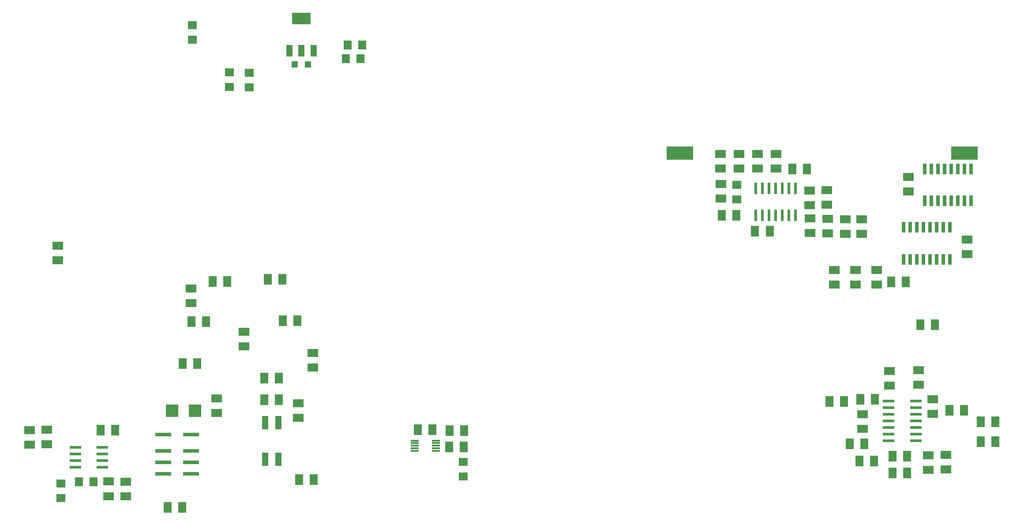
<source format=gtp>
%MOIN*%
%OFA0B0*%
%FSLAX34Y34*%
%IPPOS*%
%LPD*%
%AMOC8*
5,1,8,0,0,$1,22.5*%
%AMOC80*
5,1,8,0,0,$1,22.5*%
%ADD10R,0.070866141732283464X0.062992125984251982*%
%ADD11R,0.026000000000000002X0.08*%
%ADD12R,0.023622047244094488X0.086614173228346469*%
%ADD13R,0.062992125984251982X0.07874015748031496*%
%ADD14R,0.07874015748031496X0.062992125984251982*%
%ADD15R,0.086614173228346469X0.023622047244094488*%
%ADD16R,0.2X0.1*%
%ADD27R,0.070866141732283464X0.062992125984251982*%
%ADD28R,0.062992125984251982X0.070866141732283464*%
%ADD29R,0.094488188976377951X0.094488188976377951*%
%ADD30R,0.12204724409448819X0.031496062992125991*%
%ADD31R,0.05X0.1*%
%ADD32R,0.07874015748031496X0.062992125984251982*%
%ADD33R,0.062992125984251982X0.07874015748031496*%
%ADD34R,0.060000000000000005X0.013000000000000001*%
%ADD35R,0.05X0.05*%
%ADD36R,0.048000000000000008X0.088*%
%ADD37R,0.14173228346456693X0.086614173228346469*%
%ADD38R,0.086614173228346469X0.023622047244094488*%
G75*
%LPD*%
G01*
D10*
X0065354Y0020472D02*
X0071103Y0042839D03*
X0071103Y0043941D03*
D11*
X0087224Y0040726D03*
X0087224Y0038306D03*
X0086724Y0040726D03*
X0086224Y0040726D03*
X0086724Y0038306D03*
X0086224Y0038306D03*
X0085724Y0040726D03*
X0085724Y0038306D03*
X0085224Y0040726D03*
X0085224Y0038306D03*
X0084724Y0040726D03*
X0084224Y0040726D03*
X0084724Y0038306D03*
X0084224Y0038306D03*
X0083724Y0040726D03*
X0083724Y0038306D03*
X0088825Y0045130D03*
X0088825Y0042710D03*
X0088325Y0045130D03*
X0087825Y0045130D03*
X0088325Y0042710D03*
X0087825Y0042710D03*
X0087325Y0045130D03*
X0087325Y0042710D03*
X0086825Y0045130D03*
X0086825Y0042710D03*
X0086325Y0045130D03*
X0085825Y0045130D03*
X0086325Y0042710D03*
X0085825Y0042710D03*
X0085325Y0045130D03*
X0085325Y0042710D03*
D12*
X0075029Y0043666D03*
X0075029Y0041619D03*
X0075529Y0043666D03*
X0074529Y0043666D03*
X0074029Y0043666D03*
X0075529Y0041619D03*
X0074529Y0041619D03*
X0074029Y0041619D03*
X0073029Y0043666D03*
X0073029Y0041619D03*
X0073529Y0043666D03*
X0072529Y0043666D03*
X0073529Y0041619D03*
X0072529Y0041619D03*
D13*
X0084981Y0033344D03*
X0086083Y0033344D03*
D14*
X0071274Y0046246D03*
X0071274Y0045144D03*
X0072669Y0046246D03*
X0072669Y0045144D03*
X0074064Y0046246D03*
X0074064Y0045144D03*
X0088507Y0038700D03*
X0088507Y0039802D03*
X0069919Y0043978D03*
X0069919Y0042876D03*
X0084072Y0044534D03*
X0084072Y0043431D03*
X0079308Y0040214D03*
X0079308Y0041316D03*
X0077899Y0043523D03*
X0077899Y0042421D03*
X0080536Y0040233D03*
X0080536Y0041335D03*
X0076614Y0043500D03*
X0076614Y0042397D03*
D13*
X0069975Y0041621D03*
X0071077Y0041621D03*
D14*
X0077960Y0041362D03*
X0077960Y0040259D03*
X0078472Y0037484D03*
X0078472Y0036381D03*
X0080068Y0037484D03*
X0080068Y0036381D03*
X0081664Y0037484D03*
X0081664Y0036381D03*
D13*
X0073596Y0040417D03*
X0072493Y0040417D03*
X0075298Y0045140D03*
X0076400Y0045140D03*
D15*
X0082585Y0027090D03*
X0084633Y0027090D03*
X0082585Y0027590D03*
X0082585Y0026590D03*
X0082585Y0026090D03*
X0084633Y0027590D03*
X0084633Y0026590D03*
X0084633Y0026090D03*
X0082585Y0025090D03*
X0084633Y0025090D03*
X0082585Y0025590D03*
X0082585Y0024590D03*
X0084633Y0025590D03*
X0084633Y0024590D03*
D14*
X0082654Y0029854D03*
X0082654Y0028752D03*
D13*
X0083871Y0036587D03*
X0082768Y0036587D03*
X0079637Y0024375D03*
X0080739Y0024375D03*
X0082875Y0022172D03*
X0083978Y0022172D03*
D14*
X0084851Y0029940D03*
X0084851Y0028837D03*
D13*
X0087178Y0026898D03*
X0088280Y0026898D03*
D14*
X0086898Y0023514D03*
X0086898Y0022412D03*
X0085902Y0027714D03*
X0085902Y0026611D03*
X0080613Y0026593D03*
X0080613Y0025491D03*
D13*
X0080447Y0027712D03*
X0081549Y0027712D03*
D14*
X0085579Y0022391D03*
X0085579Y0023493D03*
D13*
X0089545Y0024528D03*
X0090647Y0024528D03*
X0082870Y0023430D03*
X0083972Y0023430D03*
X0081481Y0023072D03*
X0080378Y0023072D03*
X0078120Y0027551D03*
X0079222Y0027551D03*
X0090641Y0026033D03*
X0089539Y0026033D03*
D14*
X0069878Y0046246D03*
X0069878Y0045144D03*
X0076638Y0040285D03*
X0076638Y0041387D03*
D16*
X0088307Y0046338D03*
X0066811Y0046338D03*
G04 next file*
%LPD*%
G04 EAGLE Gerber RS-274X export*
G75*
G01*
D27*
X0016535Y0018110D02*
X0032779Y0052442D03*
X0032779Y0051340D03*
X0034280Y0052385D03*
X0034280Y0051283D03*
D28*
X0041586Y0053446D03*
X0042688Y0053446D03*
X0041709Y0054478D03*
X0042812Y0054478D03*
D27*
X0050457Y0021896D03*
X0050457Y0022999D03*
D29*
X0028427Y0026845D03*
X0030160Y0026845D03*
D30*
X0027792Y0025073D03*
X0027792Y0023813D03*
X0027792Y0022947D03*
X0027792Y0022081D03*
X0029879Y0025073D03*
X0029879Y0023813D03*
X0029879Y0022947D03*
X0029879Y0022081D03*
D31*
X0036492Y0025960D03*
X0035492Y0025960D03*
X0035492Y0023204D03*
X0036492Y0023204D03*
D32*
X0033871Y0031732D03*
X0033871Y0032835D03*
X0039092Y0031234D03*
X0039092Y0030132D03*
D33*
X0037916Y0033675D03*
X0036813Y0033675D03*
X0036780Y0036806D03*
X0035678Y0036806D03*
X0032600Y0036623D03*
X0031497Y0036623D03*
D32*
X0031805Y0026704D03*
X0031805Y0027806D03*
D33*
X0036519Y0027702D03*
X0035417Y0027702D03*
X0035417Y0029340D03*
X0036520Y0029340D03*
D32*
X0037976Y0026310D03*
X0037976Y0027412D03*
X0029890Y0035001D03*
X0029890Y0036103D03*
X0019801Y0038219D03*
X0019801Y0039321D03*
D33*
X0050499Y0025368D03*
X0049397Y0025368D03*
X0050492Y0024137D03*
X0049390Y0024137D03*
X0046997Y0025434D03*
X0048099Y0025434D03*
D27*
X0029979Y0055988D03*
X0029979Y0054885D03*
D34*
X0048363Y0023827D03*
X0048363Y0024017D03*
X0048363Y0024217D03*
X0048363Y0024417D03*
X0048363Y0024607D03*
X0046763Y0024607D03*
X0046763Y0024417D03*
X0046763Y0024217D03*
X0046763Y0024017D03*
X0046763Y0023827D03*
D35*
X0037704Y0053035D03*
X0038704Y0053035D03*
D36*
X0037307Y0054067D03*
X0038217Y0054067D03*
X0039127Y0054067D03*
D37*
X0038217Y0056507D03*
D33*
X0031002Y0033601D03*
X0029900Y0033601D03*
X0030345Y0030441D03*
X0029243Y0030441D03*
X0024147Y0025382D03*
X0023044Y0025382D03*
D32*
X0018980Y0025432D03*
X0018980Y0024329D03*
D27*
X0020030Y0020265D03*
X0020030Y0021368D03*
D28*
X0021401Y0021483D03*
X0022503Y0021483D03*
D38*
X0021137Y0023605D03*
X0023185Y0023605D03*
X0021137Y0024105D03*
X0021137Y0023105D03*
X0021137Y0022605D03*
X0023185Y0024105D03*
X0023185Y0023105D03*
X0023185Y0022605D03*
D32*
X0024958Y0021503D03*
X0024958Y0020401D03*
D33*
X0028094Y0019564D03*
X0029197Y0019564D03*
X0039138Y0021665D03*
X0038036Y0021665D03*
D32*
X0023645Y0020409D03*
X0023645Y0021512D03*
X0017679Y0025397D03*
X0017679Y0024294D03*
M02*
</source>
